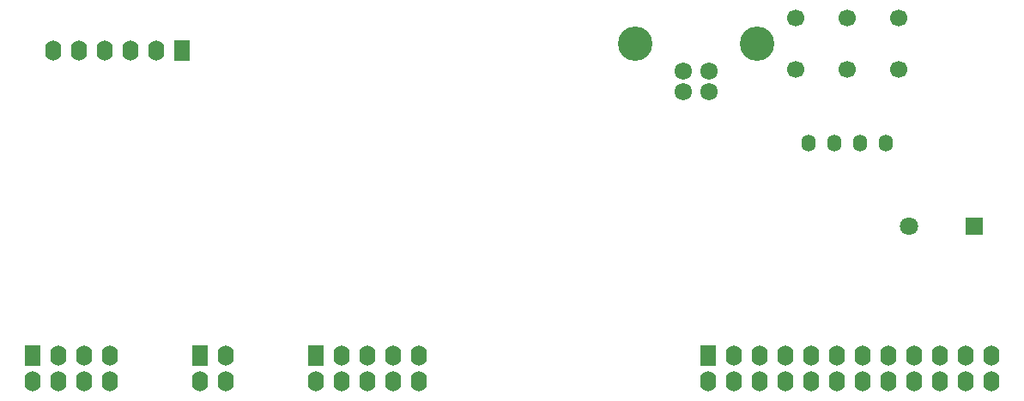
<source format=gbs>
G04 #@! TF.FileFunction,Soldermask,Bot*
%FSLAX46Y46*%
G04 Gerber Fmt 4.6, Leading zero omitted, Abs format (unit mm)*
G04 Created by KiCad (PCBNEW 4.0.6) date 08/12/17 18:43:04*
%MOMM*%
%LPD*%
G01*
G04 APERTURE LIST*
%ADD10C,0.100000*%
%ADD11R,1.600000X2.000000*%
%ADD12O,1.600000X2.000000*%
%ADD13R,1.800000X1.800000*%
%ADD14C,1.800000*%
%ADD15C,1.720000*%
%ADD16C,3.400000*%
%ADD17C,1.700000*%
%ADD18O,1.400000X1.700000*%
G04 APERTURE END LIST*
D10*
D11*
X36950000Y-24500000D03*
D12*
X34410000Y-24500000D03*
X31870000Y-24500000D03*
X29330000Y-24500000D03*
X26790000Y-24500000D03*
X24250000Y-24500000D03*
D13*
X115150000Y-41800000D03*
D14*
X108650000Y-41800000D03*
D15*
X88970000Y-28500000D03*
X86430000Y-28500000D03*
X86430000Y-26500000D03*
X88970000Y-26500000D03*
D16*
X93700000Y-23800000D03*
X81700000Y-23800000D03*
D17*
X97520000Y-26340000D03*
X97520000Y-21260000D03*
X102600000Y-26340000D03*
X102600000Y-21260000D03*
X107680000Y-21260000D03*
X107680000Y-26340000D03*
D11*
X22225000Y-54610000D03*
D12*
X22225000Y-57150000D03*
X24765000Y-54610000D03*
X24765000Y-57150000D03*
X27305000Y-54610000D03*
X27305000Y-57150000D03*
X29845000Y-54610000D03*
X29845000Y-57150000D03*
D11*
X38735000Y-54610000D03*
D12*
X38735000Y-57150000D03*
X41275000Y-54610000D03*
X41275000Y-57150000D03*
D11*
X50165000Y-54610000D03*
D12*
X50165000Y-57150000D03*
X52705000Y-54610000D03*
X52705000Y-57150000D03*
X55245000Y-54610000D03*
X55245000Y-57150000D03*
X57785000Y-54610000D03*
X57785000Y-57150000D03*
X60325000Y-54610000D03*
X60325000Y-57150000D03*
D11*
X88900000Y-54610000D03*
D12*
X88900000Y-57150000D03*
X91440000Y-54610000D03*
X91440000Y-57150000D03*
X93980000Y-54610000D03*
X93980000Y-57150000D03*
X96520000Y-54610000D03*
X96520000Y-57150000D03*
X99060000Y-54610000D03*
X99060000Y-57150000D03*
X101600000Y-54610000D03*
X101600000Y-57150000D03*
X104140000Y-54610000D03*
X104140000Y-57150000D03*
X106680000Y-54610000D03*
X106680000Y-57150000D03*
X109220000Y-54610000D03*
X109220000Y-57150000D03*
X111760000Y-54610000D03*
X111760000Y-57150000D03*
X114300000Y-54610000D03*
X114300000Y-57150000D03*
X116840000Y-54610000D03*
X116840000Y-57150000D03*
D18*
X98790000Y-33650000D03*
X101330000Y-33650000D03*
X103870000Y-33650000D03*
X106410000Y-33650000D03*
M02*

</source>
